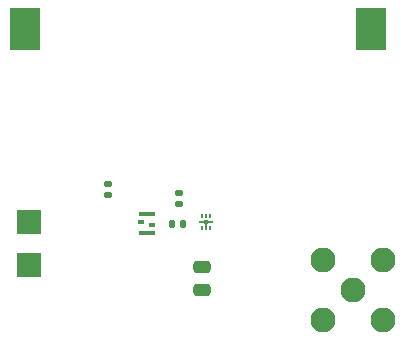
<source format=gts>
G04 #@! TF.GenerationSoftware,KiCad,Pcbnew,8.0.7-8.0.7-0~ubuntu22.04.1*
G04 #@! TF.CreationDate,2025-01-08T14:25:52-08:00*
G04 #@! TF.ProjectId,RFBackscatterV1,52464261-636b-4736-9361-747465725631,rev?*
G04 #@! TF.SameCoordinates,Original*
G04 #@! TF.FileFunction,Soldermask,Top*
G04 #@! TF.FilePolarity,Negative*
%FSLAX46Y46*%
G04 Gerber Fmt 4.6, Leading zero omitted, Abs format (unit mm)*
G04 Created by KiCad (PCBNEW 8.0.7-8.0.7-0~ubuntu22.04.1) date 2025-01-08 14:25:52*
%MOMM*%
%LPD*%
G01*
G04 APERTURE LIST*
G04 Aperture macros list*
%AMRoundRect*
0 Rectangle with rounded corners*
0 $1 Rounding radius*
0 $2 $3 $4 $5 $6 $7 $8 $9 X,Y pos of 4 corners*
0 Add a 4 corners polygon primitive as box body*
4,1,4,$2,$3,$4,$5,$6,$7,$8,$9,$2,$3,0*
0 Add four circle primitives for the rounded corners*
1,1,$1+$1,$2,$3*
1,1,$1+$1,$4,$5*
1,1,$1+$1,$6,$7*
1,1,$1+$1,$8,$9*
0 Add four rect primitives between the rounded corners*
20,1,$1+$1,$2,$3,$4,$5,0*
20,1,$1+$1,$4,$5,$6,$7,0*
20,1,$1+$1,$6,$7,$8,$9,0*
20,1,$1+$1,$8,$9,$2,$3,0*%
G04 Aperture macros list end*
%ADD10RoundRect,0.140000X0.170000X-0.140000X0.170000X0.140000X-0.170000X0.140000X-0.170000X-0.140000X0*%
%ADD11R,2.600000X3.600000*%
%ADD12C,2.108200*%
%ADD13R,2.000000X2.000000*%
%ADD14R,1.397000X0.406400*%
%ADD15R,0.508000X0.304800*%
%ADD16RoundRect,0.037500X0.037500X-0.127500X0.037500X0.127500X-0.037500X0.127500X-0.037500X-0.127500X0*%
%ADD17RoundRect,0.037500X0.245000X0.037500X-0.245000X0.037500X-0.245000X-0.037500X0.245000X-0.037500X0*%
%ADD18RoundRect,0.100000X0.100000X-0.100000X0.100000X0.100000X-0.100000X0.100000X-0.100000X-0.100000X0*%
%ADD19RoundRect,0.037500X0.037500X-0.245000X0.037500X0.245000X-0.037500X0.245000X-0.037500X-0.245000X0*%
%ADD20RoundRect,0.250000X-0.475000X0.250000X-0.475000X-0.250000X0.475000X-0.250000X0.475000X0.250000X0*%
%ADD21RoundRect,0.140000X0.140000X0.170000X-0.140000X0.170000X-0.140000X-0.170000X0.140000X-0.170000X0*%
G04 APERTURE END LIST*
D10*
X162300000Y-70620000D03*
X162300000Y-71580000D03*
X156300000Y-69840000D03*
X156300000Y-70800000D03*
D11*
X149250000Y-56750000D03*
X178550000Y-56750000D03*
D12*
X179530000Y-81430000D03*
X174450000Y-81430000D03*
X174450000Y-76350000D03*
X179530000Y-76350000D03*
X176990000Y-78890000D03*
D13*
X149600000Y-76700000D03*
X149611400Y-73135400D03*
D14*
X159540000Y-74040002D03*
D15*
X159985999Y-73338976D03*
D14*
X159540000Y-72440000D03*
D15*
X159094001Y-73134001D03*
D16*
X164230000Y-72630000D03*
X164580000Y-72630000D03*
X164930000Y-72630000D03*
X164930000Y-73630000D03*
D17*
X164930000Y-73130000D03*
D18*
X164580000Y-73130000D03*
D17*
X164230000Y-73130000D03*
D19*
X164580000Y-73512500D03*
D16*
X164230000Y-73630000D03*
D20*
X164200000Y-78820000D03*
X164200000Y-76920000D03*
D21*
X162650000Y-73260000D03*
X161690000Y-73260000D03*
M02*

</source>
